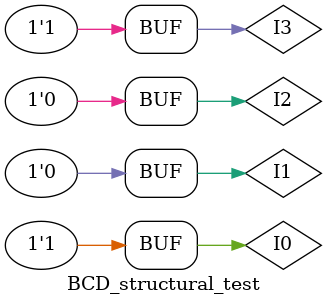
<source format=v>
`timescale 1ns / 1ps


module BCD_structural_test;
	//Inputs
	reg I0, I1, I2, I3;
	
	//Outputs
	wire A, B, C, D, E, F, G;
	
	// Instantiate the Unit Under Test (UUT)
	BCD_structural uut (
		.A(A), 
		.B(B), 
		.C(C), 
		.D(D), 
		.E(E), 
		.F(F), 
		.G(G), 
		.I0(I0), 
		.I1(I1), 
		.I2(I2), 
		.I3(I3)
	);

	initial begin
		// Initialize Inputs
		I0 = 0;	I1 = 0;	I2 = 0;	I3 = 0; #100; //0000
		I0 = 0;	I1 = 0;	I2 = 0;	I3 = 1; #100; //0001
		I0 = 0;	I1 = 0;	I2 = 1;	I3 = 0; #100; //0010
		I0 = 0;	I1 = 0;	I2 = 1;	I3 = 1; #100; //0011
		I0 = 0;	I1 = 1;	I2 = 0;	I3 = 0; #100; //0100
		I0 = 0;	I1 = 1;	I2 = 0;	I3 = 1; #100; //0101
		I0 = 0;	I1 = 1;	I2 = 1;	I3 = 0; #100; //0110
		I0 = 0;	I1 = 1;	I2 = 1;	I3 = 1; #100; //0111
		I0 = 1;	I1 = 0;	I2 = 0;	I3 = 0; #100; //1000
		I0 = 1;	I1 = 0;	I2 = 0;	I3 = 1; #100; //1001		

		// Wait 100 ns for global reset to finish
		#100;
        
		// Add stimulus here

	end
      
endmodule


</source>
